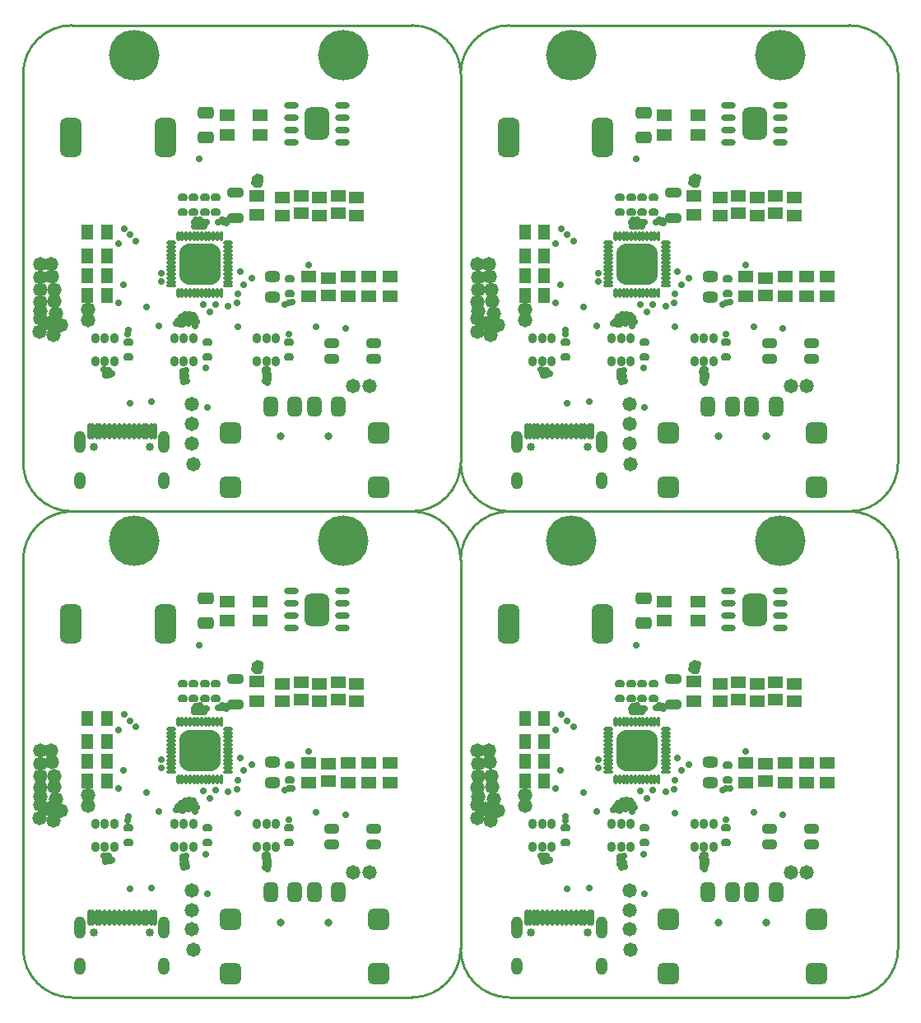
<source format=gts>
G04*
G04 #@! TF.GenerationSoftware,Altium Limited,Altium Designer,20.2.3 (150)*
G04*
G04 Layer_Color=8388736*
%FSLAX44Y44*%
%MOMM*%
G71*
G04*
G04 #@! TF.SameCoordinates,C1CC25AD-0FF3-43E4-BDA3-AC1D03E08D52*
G04*
G04*
G04 #@! TF.FilePolarity,Negative*
G04*
G01*
G75*
G04:AMPARAMS|DCode=27|XSize=0.9561mm|YSize=1.6098mm|CornerRadius=0.239mm|HoleSize=0mm|Usage=FLASHONLY|Rotation=90.000|XOffset=0mm|YOffset=0mm|HoleType=Round|Shape=RoundedRectangle|*
%AMROUNDEDRECTD27*
21,1,0.9561,1.1318,0,0,90.0*
21,1,0.4780,1.6098,0,0,90.0*
1,1,0.4780,0.5659,0.2390*
1,1,0.4780,0.5659,-0.2390*
1,1,0.4780,-0.5659,-0.2390*
1,1,0.4780,-0.5659,0.2390*
%
%ADD27ROUNDEDRECTD27*%
%ADD31C,0.2540*%
%ADD39C,0.2540*%
G04:AMPARAMS|DCode=55|XSize=0.6096mm|YSize=0.6096mm|CornerRadius=0.3048mm|HoleSize=0mm|Usage=FLASHONLY|Rotation=90.000|XOffset=0mm|YOffset=0mm|HoleType=Round|Shape=RoundedRectangle|*
%AMROUNDEDRECTD55*
21,1,0.6096,0.0000,0,0,90.0*
21,1,0.0000,0.6096,0,0,90.0*
1,1,0.6096,0.0000,0.0000*
1,1,0.6096,0.0000,0.0000*
1,1,0.6096,0.0000,0.0000*
1,1,0.6096,0.0000,0.0000*
%
%ADD55ROUNDEDRECTD55*%
G04:AMPARAMS|DCode=56|XSize=0.9652mm|YSize=0.762mm|CornerRadius=0.2413mm|HoleSize=0mm|Usage=FLASHONLY|Rotation=0.000|XOffset=0mm|YOffset=0mm|HoleType=Round|Shape=RoundedRectangle|*
%AMROUNDEDRECTD56*
21,1,0.9652,0.2794,0,0,0.0*
21,1,0.4826,0.7620,0,0,0.0*
1,1,0.4826,0.2413,-0.1397*
1,1,0.4826,-0.2413,-0.1397*
1,1,0.4826,-0.2413,0.1397*
1,1,0.4826,0.2413,0.1397*
%
%ADD56ROUNDEDRECTD56*%
%ADD57R,1.6032X1.3032*%
%ADD58R,1.5032X1.2032*%
G04:AMPARAMS|DCode=59|XSize=1.4732mm|YSize=0.9652mm|CornerRadius=0.2921mm|HoleSize=0mm|Usage=FLASHONLY|Rotation=0.000|XOffset=0mm|YOffset=0mm|HoleType=Round|Shape=RoundedRectangle|*
%AMROUNDEDRECTD59*
21,1,1.4732,0.3810,0,0,0.0*
21,1,0.8890,0.9652,0,0,0.0*
1,1,0.5842,0.4445,-0.1905*
1,1,0.5842,-0.4445,-0.1905*
1,1,0.5842,-0.4445,0.1905*
1,1,0.5842,0.4445,0.1905*
%
%ADD59ROUNDEDRECTD59*%
G04:AMPARAMS|DCode=60|XSize=2.2352mm|YSize=2.2352mm|CornerRadius=0.6096mm|HoleSize=0mm|Usage=FLASHONLY|Rotation=0.000|XOffset=0mm|YOffset=0mm|HoleType=Round|Shape=RoundedRectangle|*
%AMROUNDEDRECTD60*
21,1,2.2352,1.0160,0,0,0.0*
21,1,1.0160,2.2352,0,0,0.0*
1,1,1.2192,0.5080,-0.5080*
1,1,1.2192,-0.5080,-0.5080*
1,1,1.2192,-0.5080,0.5080*
1,1,1.2192,0.5080,0.5080*
%
%ADD60ROUNDEDRECTD60*%
G04:AMPARAMS|DCode=61|XSize=1.4732mm|YSize=2.0032mm|CornerRadius=0.4191mm|HoleSize=0mm|Usage=FLASHONLY|Rotation=0.000|XOffset=0mm|YOffset=0mm|HoleType=Round|Shape=RoundedRectangle|*
%AMROUNDEDRECTD61*
21,1,1.4732,1.1650,0,0,0.0*
21,1,0.6350,2.0032,0,0,0.0*
1,1,0.8382,0.3175,-0.5825*
1,1,0.8382,-0.3175,-0.5825*
1,1,0.8382,-0.3175,0.5825*
1,1,0.8382,0.3175,0.5825*
%
%ADD61ROUNDEDRECTD61*%
G04:AMPARAMS|DCode=62|XSize=0.8128mm|YSize=0.9652mm|CornerRadius=0.254mm|HoleSize=0mm|Usage=FLASHONLY|Rotation=0.000|XOffset=0mm|YOffset=0mm|HoleType=Round|Shape=RoundedRectangle|*
%AMROUNDEDRECTD62*
21,1,0.8128,0.4572,0,0,0.0*
21,1,0.3048,0.9652,0,0,0.0*
1,1,0.5080,0.1524,-0.2286*
1,1,0.5080,-0.1524,-0.2286*
1,1,0.5080,-0.1524,0.2286*
1,1,0.5080,0.1524,0.2286*
%
%ADD62ROUNDEDRECTD62*%
%ADD63R,1.3032X1.6032*%
%ADD64O,1.5032X0.7032*%
G04:AMPARAMS|DCode=65|XSize=3.4032mm|YSize=2.5032mm|CornerRadius=0.6766mm|HoleSize=0mm|Usage=FLASHONLY|Rotation=270.000|XOffset=0mm|YOffset=0mm|HoleType=Round|Shape=RoundedRectangle|*
%AMROUNDEDRECTD65*
21,1,3.4032,1.1500,0,0,270.0*
21,1,2.0500,2.5032,0,0,270.0*
1,1,1.3532,-0.5750,-1.0250*
1,1,1.3532,-0.5750,1.0250*
1,1,1.3532,0.5750,1.0250*
1,1,1.3532,0.5750,-1.0250*
%
%ADD65ROUNDEDRECTD65*%
G04:AMPARAMS|DCode=66|XSize=4.0132mm|YSize=2.2352mm|CornerRadius=0.6096mm|HoleSize=0mm|Usage=FLASHONLY|Rotation=270.000|XOffset=0mm|YOffset=0mm|HoleType=Round|Shape=RoundedRectangle|*
%AMROUNDEDRECTD66*
21,1,4.0132,1.0160,0,0,270.0*
21,1,2.7940,2.2352,0,0,270.0*
1,1,1.2192,-0.5080,-1.3970*
1,1,1.2192,-0.5080,1.3970*
1,1,1.2192,0.5080,1.3970*
1,1,1.2192,0.5080,-1.3970*
%
%ADD66ROUNDEDRECTD66*%
G04:AMPARAMS|DCode=67|XSize=1.7032mm|YSize=1.2032mm|CornerRadius=0.3516mm|HoleSize=0mm|Usage=FLASHONLY|Rotation=180.000|XOffset=0mm|YOffset=0mm|HoleType=Round|Shape=RoundedRectangle|*
%AMROUNDEDRECTD67*
21,1,1.7032,0.5000,0,0,180.0*
21,1,1.0000,1.2032,0,0,180.0*
1,1,0.7032,-0.5000,0.2500*
1,1,0.7032,0.5000,0.2500*
1,1,0.7032,0.5000,-0.2500*
1,1,0.7032,-0.5000,-0.2500*
%
%ADD67ROUNDEDRECTD67*%
G04:AMPARAMS|DCode=68|XSize=1.0432mm|YSize=0.4232mm|CornerRadius=0.1566mm|HoleSize=0mm|Usage=FLASHONLY|Rotation=180.000|XOffset=0mm|YOffset=0mm|HoleType=Round|Shape=RoundedRectangle|*
%AMROUNDEDRECTD68*
21,1,1.0432,0.1100,0,0,180.0*
21,1,0.7300,0.4232,0,0,180.0*
1,1,0.3132,-0.3650,0.0550*
1,1,0.3132,0.3650,0.0550*
1,1,0.3132,0.3650,-0.0550*
1,1,0.3132,-0.3650,-0.0550*
%
%ADD68ROUNDEDRECTD68*%
G04:AMPARAMS|DCode=69|XSize=1.0432mm|YSize=0.4232mm|CornerRadius=0.1566mm|HoleSize=0mm|Usage=FLASHONLY|Rotation=90.000|XOffset=0mm|YOffset=0mm|HoleType=Round|Shape=RoundedRectangle|*
%AMROUNDEDRECTD69*
21,1,1.0432,0.1100,0,0,90.0*
21,1,0.7300,0.4232,0,0,90.0*
1,1,0.3132,0.0550,0.3650*
1,1,0.3132,0.0550,-0.3650*
1,1,0.3132,-0.0550,-0.3650*
1,1,0.3132,-0.0550,0.3650*
%
%ADD69ROUNDEDRECTD69*%
G04:AMPARAMS|DCode=70|XSize=4.2672mm|YSize=4.2672mm|CornerRadius=1.1176mm|HoleSize=0mm|Usage=FLASHONLY|Rotation=90.000|XOffset=0mm|YOffset=0mm|HoleType=Round|Shape=RoundedRectangle|*
%AMROUNDEDRECTD70*
21,1,4.2672,2.0320,0,0,90.0*
21,1,2.0320,4.2672,0,0,90.0*
1,1,2.2352,1.0160,1.0160*
1,1,2.2352,1.0160,-1.0160*
1,1,2.2352,-1.0160,-1.0160*
1,1,2.2352,-1.0160,1.0160*
%
%ADD70ROUNDEDRECTD70*%
G04:AMPARAMS|DCode=71|XSize=1.5032mm|YSize=1.1032mm|CornerRadius=0.3266mm|HoleSize=0mm|Usage=FLASHONLY|Rotation=180.000|XOffset=0mm|YOffset=0mm|HoleType=Round|Shape=RoundedRectangle|*
%AMROUNDEDRECTD71*
21,1,1.5032,0.4500,0,0,180.0*
21,1,0.8500,1.1032,0,0,180.0*
1,1,0.6532,-0.4250,0.2250*
1,1,0.6532,0.4250,0.2250*
1,1,0.6532,0.4250,-0.2250*
1,1,0.6532,-0.4250,-0.2250*
%
%ADD71ROUNDEDRECTD71*%
G04:AMPARAMS|DCode=72|XSize=1.7032mm|YSize=0.5032mm|CornerRadius=0.1766mm|HoleSize=0mm|Usage=FLASHONLY|Rotation=90.000|XOffset=0mm|YOffset=0mm|HoleType=Round|Shape=RoundedRectangle|*
%AMROUNDEDRECTD72*
21,1,1.7032,0.1500,0,0,90.0*
21,1,1.3500,0.5032,0,0,90.0*
1,1,0.3532,0.0750,0.6750*
1,1,0.3532,0.0750,-0.6750*
1,1,0.3532,-0.0750,-0.6750*
1,1,0.3532,-0.0750,0.6750*
%
%ADD72ROUNDEDRECTD72*%
%ADD73C,0.8032*%
%ADD74C,5.2032*%
%ADD75C,0.8532*%
%ADD76O,1.2032X1.8032*%
%ADD77O,1.2032X2.3032*%
%ADD78C,0.7032*%
%ADD79C,1.4732*%
D27*
X218440Y327660D02*
D03*
Y301638D02*
D03*
X668440Y327660D02*
D03*
Y301638D02*
D03*
X218440Y827660D02*
D03*
Y801638D02*
D03*
X668440Y827660D02*
D03*
Y801638D02*
D03*
D31*
X50000Y1000000D02*
G03*
X0Y950000I0J-50000D01*
G01*
X450000D02*
G03*
X400000Y1000000I-50000J0D01*
G01*
X0Y550000D02*
G03*
X50000Y500000I50000J0D01*
G01*
X500000Y1000000D02*
G03*
X450000Y950000I0J-50000D01*
G01*
X900000D02*
G03*
X850000Y1000000I-50000J0D01*
G01*
Y500000D02*
G03*
X900000Y550000I0J50000D01*
G01*
Y450000D02*
G03*
X850000Y500000I-50000J0D01*
G01*
Y0D02*
G03*
X900000Y50000I0J50000D01*
G01*
X450000D02*
G03*
X500000Y0I50000J0D01*
G01*
X50000Y500000D02*
G03*
X0Y450000I0J-50000D01*
G01*
X400000Y0D02*
G03*
X450000Y50000I0J50000D01*
G01*
X0D02*
G03*
X50000Y0I50000J0D01*
G01*
X900000Y50000D02*
Y450000D01*
X0Y550000D02*
Y950000D01*
X50000Y1000000D02*
X400000D01*
X900000Y550000D02*
Y950000D01*
X500000Y1000000D02*
X850000D01*
X500000Y0D02*
X850000D01*
X0Y50000D02*
Y450000D01*
X50000Y500000D02*
X400000D01*
X50000Y0D02*
X400000D01*
X0Y50000D02*
G03*
X50000Y0I50000J0D01*
G01*
X400000D02*
G03*
X450000Y50000I0J50000D01*
G01*
Y450000D02*
G03*
X400000Y500000I-50000J0D01*
G01*
X50000D02*
G03*
X0Y450000I0J-50000D01*
G01*
X50000Y0D02*
X400000D01*
X50000Y500000D02*
X400000D01*
X450000Y50000D02*
Y450000D01*
X0Y50000D02*
Y450000D01*
X450000Y50000D02*
G03*
X500000Y0I50000J0D01*
G01*
X850000D02*
G03*
X900000Y50000I0J50000D01*
G01*
Y450000D02*
G03*
X850000Y500000I-50000J0D01*
G01*
X500000D02*
G03*
X450000Y450000I0J-50000D01*
G01*
X500000Y0D02*
X850000D01*
X500000Y500000D02*
X850000D01*
X900000Y50000D02*
Y450000D01*
X450000Y50000D02*
Y450000D01*
X0Y550000D02*
G03*
X50000Y500000I50000J0D01*
G01*
X400000D02*
G03*
X450000Y550000I0J50000D01*
G01*
Y950000D02*
G03*
X400000Y1000000I-50000J0D01*
G01*
X50000D02*
G03*
X0Y950000I0J-50000D01*
G01*
X50000Y500000D02*
X400000D01*
X50000Y1000000D02*
X400000D01*
X450000Y550000D02*
Y950000D01*
X0Y550000D02*
Y950000D01*
X450000Y550000D02*
G03*
X500000Y500000I50000J0D01*
G01*
X850000D02*
G03*
X900000Y550000I0J50000D01*
G01*
Y950000D02*
G03*
X850000Y1000000I-50000J0D01*
G01*
X500000D02*
G03*
X450000Y950000I0J-50000D01*
G01*
X500000Y500000D02*
X850000D01*
X500000Y1000000D02*
X850000D01*
X900000Y550000D02*
Y950000D01*
X450000Y550000D02*
Y950000D01*
D39*
X900000Y50000D02*
D03*
D55*
X173736Y90000D02*
D03*
Y70000D02*
D03*
Y50000D02*
D03*
Y110000D02*
D03*
X623736Y90000D02*
D03*
Y70000D02*
D03*
Y50000D02*
D03*
Y110000D02*
D03*
X173736Y590000D02*
D03*
Y570000D02*
D03*
Y550000D02*
D03*
Y610000D02*
D03*
X623736Y590000D02*
D03*
Y570000D02*
D03*
Y550000D02*
D03*
Y610000D02*
D03*
D56*
X189230Y158750D02*
D03*
Y173990D02*
D03*
X273050Y158750D02*
D03*
Y173990D02*
D03*
X107950Y158750D02*
D03*
Y173990D02*
D03*
X198120Y322580D02*
D03*
Y307340D02*
D03*
X186690Y322580D02*
D03*
Y307340D02*
D03*
X175260Y322580D02*
D03*
Y307340D02*
D03*
X163830Y322580D02*
D03*
Y307340D02*
D03*
X274320Y223520D02*
D03*
Y238760D02*
D03*
X639230Y158750D02*
D03*
Y173990D02*
D03*
X723050Y158750D02*
D03*
Y173990D02*
D03*
X557950Y158750D02*
D03*
Y173990D02*
D03*
X648120Y322580D02*
D03*
Y307340D02*
D03*
X636690Y322580D02*
D03*
Y307340D02*
D03*
X625260Y322580D02*
D03*
Y307340D02*
D03*
X613830Y322580D02*
D03*
Y307340D02*
D03*
X724320Y223520D02*
D03*
Y238760D02*
D03*
X189230Y658750D02*
D03*
Y673990D02*
D03*
X273050Y658750D02*
D03*
Y673990D02*
D03*
X107950Y658750D02*
D03*
Y673990D02*
D03*
X198120Y822580D02*
D03*
Y807340D02*
D03*
X186690Y822580D02*
D03*
Y807340D02*
D03*
X175260Y822580D02*
D03*
Y807340D02*
D03*
X163830Y822580D02*
D03*
Y807340D02*
D03*
X274320Y723520D02*
D03*
Y738760D02*
D03*
X639230Y658750D02*
D03*
Y673990D02*
D03*
X723050Y658750D02*
D03*
Y673990D02*
D03*
X557950Y658750D02*
D03*
Y673990D02*
D03*
X648120Y822580D02*
D03*
Y807340D02*
D03*
X636690Y822580D02*
D03*
Y807340D02*
D03*
X625260Y822580D02*
D03*
Y807340D02*
D03*
X613830Y822580D02*
D03*
Y807340D02*
D03*
X724320Y723520D02*
D03*
Y738760D02*
D03*
D57*
X355600Y221186D02*
D03*
Y241186D02*
D03*
X334010Y221186D02*
D03*
Y241186D02*
D03*
X240030Y324960D02*
D03*
Y304960D02*
D03*
X209550Y407510D02*
D03*
Y387510D02*
D03*
X293370Y241186D02*
D03*
Y221186D02*
D03*
X377190Y241186D02*
D03*
Y221186D02*
D03*
X243840Y387510D02*
D03*
Y407510D02*
D03*
X805600Y221186D02*
D03*
Y241186D02*
D03*
X784010Y221186D02*
D03*
Y241186D02*
D03*
X690030Y324960D02*
D03*
Y304960D02*
D03*
X659550Y407510D02*
D03*
Y387510D02*
D03*
X743370Y241186D02*
D03*
Y221186D02*
D03*
X827190Y241186D02*
D03*
Y221186D02*
D03*
X693840Y387510D02*
D03*
Y407510D02*
D03*
X355600Y721186D02*
D03*
Y741186D02*
D03*
X334010Y721186D02*
D03*
Y741186D02*
D03*
X240030Y824960D02*
D03*
Y804960D02*
D03*
X209550Y907510D02*
D03*
Y887510D02*
D03*
X293370Y741186D02*
D03*
Y721186D02*
D03*
X377190Y741186D02*
D03*
Y721186D02*
D03*
X243840Y887510D02*
D03*
Y907510D02*
D03*
X805600Y721186D02*
D03*
Y741186D02*
D03*
X784010Y721186D02*
D03*
Y741186D02*
D03*
X690030Y824960D02*
D03*
Y804960D02*
D03*
X659550Y907510D02*
D03*
Y887510D02*
D03*
X743370Y741186D02*
D03*
Y721186D02*
D03*
X827190Y741186D02*
D03*
Y721186D02*
D03*
X693840Y887510D02*
D03*
Y907510D02*
D03*
D58*
X313690Y240186D02*
D03*
Y222186D02*
D03*
X266700Y322580D02*
D03*
Y304580D02*
D03*
X285750Y306580D02*
D03*
Y324580D02*
D03*
X304800Y322580D02*
D03*
Y304580D02*
D03*
X323850Y306580D02*
D03*
Y324580D02*
D03*
X342900Y322580D02*
D03*
Y304580D02*
D03*
X763690Y240186D02*
D03*
Y222186D02*
D03*
X716700Y322580D02*
D03*
Y304580D02*
D03*
X735750Y306580D02*
D03*
Y324580D02*
D03*
X754800Y322580D02*
D03*
Y304580D02*
D03*
X773850Y306580D02*
D03*
Y324580D02*
D03*
X792900Y322580D02*
D03*
Y304580D02*
D03*
X313690Y740186D02*
D03*
Y722186D02*
D03*
X266700Y822580D02*
D03*
Y804580D02*
D03*
X285750Y806580D02*
D03*
Y824580D02*
D03*
X304800Y822580D02*
D03*
Y804580D02*
D03*
X323850Y806580D02*
D03*
Y824580D02*
D03*
X342900Y822580D02*
D03*
Y804580D02*
D03*
X763690Y740186D02*
D03*
Y722186D02*
D03*
X716700Y822580D02*
D03*
Y804580D02*
D03*
X735750Y806580D02*
D03*
Y824580D02*
D03*
X754800Y822580D02*
D03*
Y804580D02*
D03*
X773850Y806580D02*
D03*
Y824580D02*
D03*
X792900Y822580D02*
D03*
Y804580D02*
D03*
D59*
X360680Y173228D02*
D03*
X317500D02*
D03*
X360680Y156972D02*
D03*
X317500D02*
D03*
X810680Y173228D02*
D03*
X767500D02*
D03*
X810680Y156972D02*
D03*
X767500D02*
D03*
X360680Y673228D02*
D03*
X317500D02*
D03*
X360680Y656972D02*
D03*
X317500D02*
D03*
X810680Y673228D02*
D03*
X767500D02*
D03*
X810680Y656972D02*
D03*
X767500D02*
D03*
D60*
X213310Y80560D02*
D03*
X365810D02*
D03*
Y24560D02*
D03*
X213310D02*
D03*
X663310Y80560D02*
D03*
X815810D02*
D03*
Y24560D02*
D03*
X663310D02*
D03*
X213310Y580560D02*
D03*
X365810D02*
D03*
Y524560D02*
D03*
X213310D02*
D03*
X663310Y580560D02*
D03*
X815810D02*
D03*
Y524560D02*
D03*
X663310D02*
D03*
D61*
X254560Y107940D02*
D03*
X279560D02*
D03*
X299560D02*
D03*
X324560D02*
D03*
X704560D02*
D03*
X729560D02*
D03*
X749560D02*
D03*
X774560D02*
D03*
X254560Y607940D02*
D03*
X279560D02*
D03*
X299560D02*
D03*
X324560D02*
D03*
X704560D02*
D03*
X729560D02*
D03*
X749560D02*
D03*
X774560D02*
D03*
D62*
X240538Y154432D02*
D03*
X259842D02*
D03*
Y178308D02*
D03*
X250190Y154432D02*
D03*
X240538Y178308D02*
D03*
X250190D02*
D03*
X155448Y154432D02*
D03*
X174752D02*
D03*
Y178308D02*
D03*
X165100Y154432D02*
D03*
X155448Y178308D02*
D03*
X165100D02*
D03*
X74168Y154432D02*
D03*
X93472D02*
D03*
Y178308D02*
D03*
X83820Y154432D02*
D03*
X74168Y178308D02*
D03*
X83820D02*
D03*
X690538Y154432D02*
D03*
X709842D02*
D03*
Y178308D02*
D03*
X700190Y154432D02*
D03*
X690538Y178308D02*
D03*
X700190D02*
D03*
X605448Y154432D02*
D03*
X624752D02*
D03*
Y178308D02*
D03*
X615100Y154432D02*
D03*
X605448Y178308D02*
D03*
X615100D02*
D03*
X524168Y154432D02*
D03*
X543472D02*
D03*
Y178308D02*
D03*
X533820Y154432D02*
D03*
X524168Y178308D02*
D03*
X533820D02*
D03*
X240538Y654432D02*
D03*
X259842D02*
D03*
Y678308D02*
D03*
X250190Y654432D02*
D03*
X240538Y678308D02*
D03*
X250190D02*
D03*
X155448Y654432D02*
D03*
X174752D02*
D03*
Y678308D02*
D03*
X165100Y654432D02*
D03*
X155448Y678308D02*
D03*
X165100D02*
D03*
X74168Y654432D02*
D03*
X93472D02*
D03*
Y678308D02*
D03*
X83820Y654432D02*
D03*
X74168Y678308D02*
D03*
X83820D02*
D03*
X690538Y654432D02*
D03*
X709842D02*
D03*
Y678308D02*
D03*
X700190Y654432D02*
D03*
X690538Y678308D02*
D03*
X700190D02*
D03*
X605448Y654432D02*
D03*
X624752D02*
D03*
Y678308D02*
D03*
X615100Y654432D02*
D03*
X605448Y678308D02*
D03*
X615100D02*
D03*
X524168Y654432D02*
D03*
X543472D02*
D03*
Y678308D02*
D03*
X533820Y654432D02*
D03*
X524168Y678308D02*
D03*
X533820D02*
D03*
D63*
X86200Y287020D02*
D03*
X66200D02*
D03*
X66040Y222250D02*
D03*
X86040D02*
D03*
X66040Y242570D02*
D03*
X86040D02*
D03*
X66040Y262890D02*
D03*
X86040D02*
D03*
X536200Y287020D02*
D03*
X516200D02*
D03*
X516040Y222250D02*
D03*
X536040D02*
D03*
X516040Y242570D02*
D03*
X536040D02*
D03*
X516040Y262890D02*
D03*
X536040D02*
D03*
X86200Y787020D02*
D03*
X66200D02*
D03*
X66040Y722250D02*
D03*
X86040D02*
D03*
X66040Y742570D02*
D03*
X86040D02*
D03*
X66040Y762890D02*
D03*
X86040D02*
D03*
X536200Y787020D02*
D03*
X516200D02*
D03*
X516040Y722250D02*
D03*
X536040D02*
D03*
X516040Y742570D02*
D03*
X536040D02*
D03*
X516040Y762890D02*
D03*
X536040D02*
D03*
D64*
X275760Y417830D02*
D03*
Y405130D02*
D03*
Y392430D02*
D03*
Y379730D02*
D03*
X328760Y417830D02*
D03*
Y405130D02*
D03*
Y392430D02*
D03*
Y379730D02*
D03*
X725760Y417830D02*
D03*
Y405130D02*
D03*
Y392430D02*
D03*
Y379730D02*
D03*
X778760Y417830D02*
D03*
Y405130D02*
D03*
Y392430D02*
D03*
Y379730D02*
D03*
X275760Y917830D02*
D03*
Y905130D02*
D03*
Y892430D02*
D03*
Y879730D02*
D03*
X328760Y917830D02*
D03*
Y905130D02*
D03*
Y892430D02*
D03*
Y879730D02*
D03*
X725760Y917830D02*
D03*
Y905130D02*
D03*
Y892430D02*
D03*
Y879730D02*
D03*
X778760Y917830D02*
D03*
Y905130D02*
D03*
Y892430D02*
D03*
Y879730D02*
D03*
D65*
X302260Y398780D02*
D03*
X752260D02*
D03*
X302260Y898780D02*
D03*
X752260D02*
D03*
D66*
X146290Y384683D02*
D03*
X49290D02*
D03*
X596290D02*
D03*
X499290D02*
D03*
X146290Y884683D02*
D03*
X49290D02*
D03*
X596290D02*
D03*
X499290D02*
D03*
D67*
X187960Y384843D02*
D03*
X187961Y410244D02*
D03*
X637960Y384843D02*
D03*
X637961Y410244D02*
D03*
X187960Y884843D02*
D03*
X187961Y910244D02*
D03*
X637960Y884843D02*
D03*
X637961Y910244D02*
D03*
D68*
X210960Y232000D02*
D03*
Y236000D02*
D03*
Y240000D02*
D03*
Y244000D02*
D03*
Y248000D02*
D03*
Y252000D02*
D03*
Y256000D02*
D03*
Y260000D02*
D03*
Y264000D02*
D03*
Y268000D02*
D03*
Y272000D02*
D03*
Y276000D02*
D03*
X152260D02*
D03*
Y272000D02*
D03*
Y268000D02*
D03*
Y264000D02*
D03*
Y260000D02*
D03*
Y256000D02*
D03*
Y252000D02*
D03*
Y248000D02*
D03*
Y244000D02*
D03*
Y240000D02*
D03*
Y236000D02*
D03*
Y232000D02*
D03*
X660960D02*
D03*
Y236000D02*
D03*
Y240000D02*
D03*
Y244000D02*
D03*
Y248000D02*
D03*
Y252000D02*
D03*
Y256000D02*
D03*
Y260000D02*
D03*
Y264000D02*
D03*
Y268000D02*
D03*
Y272000D02*
D03*
Y276000D02*
D03*
X602260D02*
D03*
Y272000D02*
D03*
Y268000D02*
D03*
Y264000D02*
D03*
Y260000D02*
D03*
Y256000D02*
D03*
Y252000D02*
D03*
Y248000D02*
D03*
Y244000D02*
D03*
Y240000D02*
D03*
Y236000D02*
D03*
Y232000D02*
D03*
X210960Y732000D02*
D03*
Y736000D02*
D03*
Y740000D02*
D03*
Y744000D02*
D03*
Y748000D02*
D03*
Y752000D02*
D03*
Y756000D02*
D03*
Y760000D02*
D03*
Y764000D02*
D03*
Y768000D02*
D03*
Y772000D02*
D03*
Y776000D02*
D03*
X152260D02*
D03*
Y772000D02*
D03*
Y768000D02*
D03*
Y764000D02*
D03*
Y760000D02*
D03*
Y756000D02*
D03*
Y752000D02*
D03*
Y748000D02*
D03*
Y744000D02*
D03*
Y740000D02*
D03*
Y736000D02*
D03*
Y732000D02*
D03*
X660960D02*
D03*
Y736000D02*
D03*
Y740000D02*
D03*
Y744000D02*
D03*
Y748000D02*
D03*
Y752000D02*
D03*
Y756000D02*
D03*
Y760000D02*
D03*
Y764000D02*
D03*
Y768000D02*
D03*
Y772000D02*
D03*
Y776000D02*
D03*
X602260D02*
D03*
Y772000D02*
D03*
Y768000D02*
D03*
Y764000D02*
D03*
Y760000D02*
D03*
Y756000D02*
D03*
Y752000D02*
D03*
Y748000D02*
D03*
Y744000D02*
D03*
Y740000D02*
D03*
Y736000D02*
D03*
Y732000D02*
D03*
D69*
X159610Y224650D02*
D03*
X163610D02*
D03*
X167610D02*
D03*
X171610D02*
D03*
X175610D02*
D03*
X179610D02*
D03*
X183610D02*
D03*
X187610D02*
D03*
X191610D02*
D03*
X195610D02*
D03*
X199610D02*
D03*
X203610D02*
D03*
Y283350D02*
D03*
X199610D02*
D03*
X195610D02*
D03*
X191610D02*
D03*
X187610D02*
D03*
X183610D02*
D03*
X179610D02*
D03*
X175610D02*
D03*
X171610D02*
D03*
X167610D02*
D03*
X163610D02*
D03*
X159610D02*
D03*
X609610Y224650D02*
D03*
X613610D02*
D03*
X617610D02*
D03*
X621610D02*
D03*
X625610D02*
D03*
X629610D02*
D03*
X633610D02*
D03*
X637610D02*
D03*
X641610D02*
D03*
X645610D02*
D03*
X649610D02*
D03*
X653610D02*
D03*
Y283350D02*
D03*
X649610D02*
D03*
X645610D02*
D03*
X641610D02*
D03*
X637610D02*
D03*
X633610D02*
D03*
X629610D02*
D03*
X625610D02*
D03*
X621610D02*
D03*
X617610D02*
D03*
X613610D02*
D03*
X609610D02*
D03*
X159610Y724650D02*
D03*
X163610D02*
D03*
X167610D02*
D03*
X171610D02*
D03*
X175610D02*
D03*
X179610D02*
D03*
X183610D02*
D03*
X187610D02*
D03*
X191610D02*
D03*
X195610D02*
D03*
X199610D02*
D03*
X203610D02*
D03*
Y783350D02*
D03*
X199610D02*
D03*
X195610D02*
D03*
X191610D02*
D03*
X187610D02*
D03*
X183610D02*
D03*
X179610D02*
D03*
X175610D02*
D03*
X171610D02*
D03*
X167610D02*
D03*
X163610D02*
D03*
X159610D02*
D03*
X609610Y724650D02*
D03*
X613610D02*
D03*
X617610D02*
D03*
X621610D02*
D03*
X625610D02*
D03*
X629610D02*
D03*
X633610D02*
D03*
X637610D02*
D03*
X641610D02*
D03*
X645610D02*
D03*
X649610D02*
D03*
X653610D02*
D03*
Y783350D02*
D03*
X649610D02*
D03*
X645610D02*
D03*
X641610D02*
D03*
X637610D02*
D03*
X633610D02*
D03*
X629610D02*
D03*
X625610D02*
D03*
X621610D02*
D03*
X617610D02*
D03*
X613610D02*
D03*
X609610D02*
D03*
D70*
X181610Y254000D02*
D03*
X631610D02*
D03*
X181610Y754000D02*
D03*
X631610D02*
D03*
D71*
X256540Y220640D02*
D03*
Y241640D02*
D03*
X706540Y220640D02*
D03*
Y241640D02*
D03*
X256540Y720640D02*
D03*
Y741640D02*
D03*
X706540Y720640D02*
D03*
Y741640D02*
D03*
D72*
X135030Y82150D02*
D03*
X132030D02*
D03*
X127030D02*
D03*
X124030D02*
D03*
X119030D02*
D03*
X114030D02*
D03*
X109030D02*
D03*
X104030D02*
D03*
X99030D02*
D03*
X94030D02*
D03*
X89030D02*
D03*
X84030D02*
D03*
X79030D02*
D03*
X76030D02*
D03*
X71030D02*
D03*
X68030D02*
D03*
X585030D02*
D03*
X582030D02*
D03*
X577030D02*
D03*
X574030D02*
D03*
X569030D02*
D03*
X564030D02*
D03*
X559030D02*
D03*
X554030D02*
D03*
X549030D02*
D03*
X544030D02*
D03*
X539030D02*
D03*
X534030D02*
D03*
X529030D02*
D03*
X526030D02*
D03*
X521030D02*
D03*
X518030D02*
D03*
X135030Y582150D02*
D03*
X132030D02*
D03*
X127030D02*
D03*
X124030D02*
D03*
X119030D02*
D03*
X114030D02*
D03*
X109030D02*
D03*
X104030D02*
D03*
X99030D02*
D03*
X94030D02*
D03*
X89030D02*
D03*
X84030D02*
D03*
X79030D02*
D03*
X76030D02*
D03*
X71030D02*
D03*
X68030D02*
D03*
X585030D02*
D03*
X582030D02*
D03*
X577030D02*
D03*
X574030D02*
D03*
X569030D02*
D03*
X564030D02*
D03*
X559030D02*
D03*
X554030D02*
D03*
X549030D02*
D03*
X544030D02*
D03*
X539030D02*
D03*
X534030D02*
D03*
X529030D02*
D03*
X526030D02*
D03*
X521030D02*
D03*
X518030D02*
D03*
D73*
X314060Y77180D02*
D03*
X265060D02*
D03*
X764060D02*
D03*
X715060D02*
D03*
X314060Y577180D02*
D03*
X265060D02*
D03*
X764060D02*
D03*
X715060D02*
D03*
D74*
X329184Y469646D02*
D03*
X113919D02*
D03*
X779184D02*
D03*
X563919D02*
D03*
X329184Y969646D02*
D03*
X113919D02*
D03*
X779184D02*
D03*
X563919D02*
D03*
D75*
X72630Y66750D02*
D03*
X130430D02*
D03*
X522630D02*
D03*
X580430D02*
D03*
X72630Y566750D02*
D03*
X130430D02*
D03*
X522630D02*
D03*
X580430D02*
D03*
D76*
X144780Y31750D02*
D03*
X58280D02*
D03*
X594780D02*
D03*
X508280D02*
D03*
X144780Y531750D02*
D03*
X58280D02*
D03*
X594780D02*
D03*
X508280D02*
D03*
D77*
X144780Y71750D02*
D03*
X58280D02*
D03*
X594780D02*
D03*
X508280D02*
D03*
X144780Y571750D02*
D03*
X58280D02*
D03*
X594780D02*
D03*
X508280D02*
D03*
D78*
X126746Y210312D02*
D03*
X116078Y278257D02*
D03*
X109855Y284480D02*
D03*
X103632Y290830D02*
D03*
X102997Y233426D02*
D03*
X97663Y214630D02*
D03*
X97917Y275082D02*
D03*
X189230Y106934D02*
D03*
X180848Y362331D02*
D03*
X172720Y263652D02*
D03*
X167259D02*
D03*
X178816D02*
D03*
X184531D02*
D03*
X190627D02*
D03*
X196342D02*
D03*
X167259Y251714D02*
D03*
X172720D02*
D03*
X178816D02*
D03*
X184531D02*
D03*
X190627D02*
D03*
X196342D02*
D03*
X276860Y215011D02*
D03*
X269113Y212979D02*
D03*
X273304Y214884D02*
D03*
X301625Y189992D02*
D03*
X273050Y182626D02*
D03*
X107696Y182245D02*
D03*
X107950Y186309D02*
D03*
X196342Y240030D02*
D03*
X190627D02*
D03*
X184531D02*
D03*
X178816D02*
D03*
X172720D02*
D03*
X167259D02*
D03*
X196342Y245872D02*
D03*
X190627D02*
D03*
X184531D02*
D03*
X178816D02*
D03*
X172720D02*
D03*
X167259D02*
D03*
X196342Y257429D02*
D03*
X190627D02*
D03*
X184531D02*
D03*
X178816D02*
D03*
X172720D02*
D03*
X167259D02*
D03*
X196342Y269748D02*
D03*
X190627D02*
D03*
X184531D02*
D03*
X178816D02*
D03*
X172720D02*
D03*
X167259D02*
D03*
X293370Y253365D02*
D03*
X176784Y191008D02*
D03*
X178689Y195072D02*
D03*
X177038Y199009D02*
D03*
X175006Y201930D02*
D03*
X170688Y202946D02*
D03*
X166243Y202565D02*
D03*
X167132Y197739D02*
D03*
X162179Y199771D02*
D03*
X163322Y196342D02*
D03*
X159208Y195959D02*
D03*
X164084Y192405D02*
D03*
X161163Y192659D02*
D03*
X157099Y192913D02*
D03*
X184917Y212618D02*
D03*
X186182Y293370D02*
D03*
X182626Y293497D02*
D03*
X179197D02*
D03*
X176022D02*
D03*
X89027Y143129D02*
D03*
X86614D02*
D03*
X84201Y142367D02*
D03*
X91440Y141351D02*
D03*
X89281Y140462D02*
D03*
X86995Y140081D02*
D03*
X84836Y139827D02*
D03*
X88265Y145415D02*
D03*
X82804Y145669D02*
D03*
X168656Y134366D02*
D03*
X167513Y145288D02*
D03*
X164084Y144526D02*
D03*
X166370Y142113D02*
D03*
X163957Y141097D02*
D03*
X167640Y138811D02*
D03*
X166497Y136398D02*
D03*
X163957Y137033D02*
D03*
X251079Y132207D02*
D03*
X249174Y133858D02*
D03*
X251968Y135382D02*
D03*
X252349Y138049D02*
D03*
X249301Y140589D02*
D03*
X252476Y141097D02*
D03*
X251206Y143510D02*
D03*
X248412Y143637D02*
D03*
X251333Y146304D02*
D03*
X248920Y146177D02*
D03*
X243713Y342900D02*
D03*
X241046Y343916D02*
D03*
X238252Y342011D02*
D03*
X240665Y341376D02*
D03*
X243586Y339471D02*
D03*
X242697Y336423D02*
D03*
X239522D02*
D03*
X237363Y338074D02*
D03*
X208915Y296672D02*
D03*
X206209Y297886D02*
D03*
X207772Y299212D02*
D03*
X204597Y300228D02*
D03*
X200914Y297815D02*
D03*
X181483Y300101D02*
D03*
X177419Y299847D02*
D03*
X175895Y297053D02*
D03*
X188722Y297307D02*
D03*
X183515Y297434D02*
D03*
X186055Y297180D02*
D03*
X139954Y191008D02*
D03*
X234950Y239776D02*
D03*
X210825Y211348D02*
D03*
X132207Y112522D02*
D03*
X109887Y111284D02*
D03*
X174498Y194945D02*
D03*
X171958Y198731D02*
D03*
X169926Y193421D02*
D03*
X141864Y236494D02*
D03*
X220472Y223520D02*
D03*
X219583Y214122D02*
D03*
X249555Y137160D02*
D03*
X141737Y245003D02*
D03*
X220604Y189885D02*
D03*
X192024Y205105D02*
D03*
X197744Y212872D02*
D03*
X240289Y338729D02*
D03*
X223017Y246654D02*
D03*
X164973Y133477D02*
D03*
X188105Y147556D02*
D03*
X85725Y145161D02*
D03*
X227076Y233426D02*
D03*
X204089Y297942D02*
D03*
X331470Y187960D02*
D03*
X179900Y297298D02*
D03*
X576746Y210312D02*
D03*
X566078Y278257D02*
D03*
X559855Y284480D02*
D03*
X553632Y290830D02*
D03*
X552997Y233426D02*
D03*
X547663Y214630D02*
D03*
X547917Y275082D02*
D03*
X639230Y106934D02*
D03*
X630848Y362331D02*
D03*
X622720Y263652D02*
D03*
X617259D02*
D03*
X628816D02*
D03*
X634531D02*
D03*
X640627D02*
D03*
X646342D02*
D03*
X617259Y251714D02*
D03*
X622720D02*
D03*
X628816D02*
D03*
X634531D02*
D03*
X640627D02*
D03*
X646342D02*
D03*
X726860Y215011D02*
D03*
X719113Y212979D02*
D03*
X723304Y214884D02*
D03*
X751625Y189992D02*
D03*
X723050Y182626D02*
D03*
X557696Y182245D02*
D03*
X557950Y186309D02*
D03*
X646342Y240030D02*
D03*
X640627D02*
D03*
X634531D02*
D03*
X628816D02*
D03*
X622720D02*
D03*
X617259D02*
D03*
X646342Y245872D02*
D03*
X640627D02*
D03*
X634531D02*
D03*
X628816D02*
D03*
X622720D02*
D03*
X617259D02*
D03*
X646342Y257429D02*
D03*
X640627D02*
D03*
X634531D02*
D03*
X628816D02*
D03*
X622720D02*
D03*
X617259D02*
D03*
X646342Y269748D02*
D03*
X640627D02*
D03*
X634531D02*
D03*
X628816D02*
D03*
X622720D02*
D03*
X617259D02*
D03*
X743370Y253365D02*
D03*
X626784Y191008D02*
D03*
X628689Y195072D02*
D03*
X627038Y199009D02*
D03*
X625006Y201930D02*
D03*
X620688Y202946D02*
D03*
X616243Y202565D02*
D03*
X617132Y197739D02*
D03*
X612179Y199771D02*
D03*
X613322Y196342D02*
D03*
X609208Y195959D02*
D03*
X614084Y192405D02*
D03*
X611163Y192659D02*
D03*
X607099Y192913D02*
D03*
X634917Y212618D02*
D03*
X636182Y293370D02*
D03*
X632626Y293497D02*
D03*
X629197D02*
D03*
X626022D02*
D03*
X539027Y143129D02*
D03*
X536614D02*
D03*
X534201Y142367D02*
D03*
X541440Y141351D02*
D03*
X539281Y140462D02*
D03*
X536995Y140081D02*
D03*
X534836Y139827D02*
D03*
X538265Y145415D02*
D03*
X532804Y145669D02*
D03*
X618656Y134366D02*
D03*
X617513Y145288D02*
D03*
X614084Y144526D02*
D03*
X616370Y142113D02*
D03*
X613957Y141097D02*
D03*
X617640Y138811D02*
D03*
X616497Y136398D02*
D03*
X613957Y137033D02*
D03*
X701079Y132207D02*
D03*
X699174Y133858D02*
D03*
X701968Y135382D02*
D03*
X702349Y138049D02*
D03*
X699301Y140589D02*
D03*
X702476Y141097D02*
D03*
X701206Y143510D02*
D03*
X698412Y143637D02*
D03*
X701333Y146304D02*
D03*
X698920Y146177D02*
D03*
X693713Y342900D02*
D03*
X691046Y343916D02*
D03*
X688252Y342011D02*
D03*
X690665Y341376D02*
D03*
X693586Y339471D02*
D03*
X692697Y336423D02*
D03*
X689522D02*
D03*
X687363Y338074D02*
D03*
X658915Y296672D02*
D03*
X656209Y297886D02*
D03*
X657772Y299212D02*
D03*
X654597Y300228D02*
D03*
X650914Y297815D02*
D03*
X631483Y300101D02*
D03*
X627419Y299847D02*
D03*
X625895Y297053D02*
D03*
X638722Y297307D02*
D03*
X633515Y297434D02*
D03*
X636055Y297180D02*
D03*
X589954Y191008D02*
D03*
X684950Y239776D02*
D03*
X660825Y211348D02*
D03*
X582207Y112522D02*
D03*
X559887Y111284D02*
D03*
X624498Y194945D02*
D03*
X621958Y198731D02*
D03*
X619926Y193421D02*
D03*
X591864Y236494D02*
D03*
X670472Y223520D02*
D03*
X669583Y214122D02*
D03*
X699555Y137160D02*
D03*
X591737Y245003D02*
D03*
X670604Y189885D02*
D03*
X642024Y205105D02*
D03*
X647744Y212872D02*
D03*
X690289Y338729D02*
D03*
X673017Y246654D02*
D03*
X614973Y133477D02*
D03*
X638105Y147556D02*
D03*
X535725Y145161D02*
D03*
X677076Y233426D02*
D03*
X654089Y297942D02*
D03*
X781470Y187960D02*
D03*
X629899Y297298D02*
D03*
X126746Y710312D02*
D03*
X116078Y778257D02*
D03*
X109855Y784480D02*
D03*
X103632Y790830D02*
D03*
X102997Y733426D02*
D03*
X97663Y714630D02*
D03*
X97917Y775082D02*
D03*
X189230Y606934D02*
D03*
X180848Y862331D02*
D03*
X172720Y763652D02*
D03*
X167259D02*
D03*
X178816D02*
D03*
X184531D02*
D03*
X190627D02*
D03*
X196342D02*
D03*
X167259Y751714D02*
D03*
X172720D02*
D03*
X178816D02*
D03*
X184531D02*
D03*
X190627D02*
D03*
X196342D02*
D03*
X276860Y715011D02*
D03*
X269113Y712979D02*
D03*
X273304Y714884D02*
D03*
X301625Y689992D02*
D03*
X273050Y682626D02*
D03*
X107696Y682245D02*
D03*
X107950Y686309D02*
D03*
X196342Y740030D02*
D03*
X190627D02*
D03*
X184531D02*
D03*
X178816D02*
D03*
X172720D02*
D03*
X167259D02*
D03*
X196342Y745872D02*
D03*
X190627D02*
D03*
X184531D02*
D03*
X178816D02*
D03*
X172720D02*
D03*
X167259D02*
D03*
X196342Y757429D02*
D03*
X190627D02*
D03*
X184531D02*
D03*
X178816D02*
D03*
X172720D02*
D03*
X167259D02*
D03*
X196342Y769748D02*
D03*
X190627D02*
D03*
X184531D02*
D03*
X178816D02*
D03*
X172720D02*
D03*
X167259D02*
D03*
X293370Y753365D02*
D03*
X176784Y691008D02*
D03*
X178689Y695072D02*
D03*
X177038Y699009D02*
D03*
X175006Y701930D02*
D03*
X170688Y702946D02*
D03*
X166243Y702565D02*
D03*
X167132Y697739D02*
D03*
X162179Y699771D02*
D03*
X163322Y696342D02*
D03*
X159208Y695959D02*
D03*
X164084Y692405D02*
D03*
X161163Y692659D02*
D03*
X157099Y692913D02*
D03*
X184917Y712618D02*
D03*
X186182Y793370D02*
D03*
X182626Y793497D02*
D03*
X179197D02*
D03*
X176022D02*
D03*
X89027Y643129D02*
D03*
X86614D02*
D03*
X84201Y642367D02*
D03*
X91440Y641351D02*
D03*
X89281Y640462D02*
D03*
X86995Y640081D02*
D03*
X84836Y639827D02*
D03*
X88265Y645415D02*
D03*
X82804Y645669D02*
D03*
X168656Y634366D02*
D03*
X167513Y645288D02*
D03*
X164084Y644526D02*
D03*
X166370Y642113D02*
D03*
X163957Y641097D02*
D03*
X167640Y638811D02*
D03*
X166497Y636398D02*
D03*
X163957Y637033D02*
D03*
X251079Y632207D02*
D03*
X249174Y633858D02*
D03*
X251968Y635382D02*
D03*
X252349Y638049D02*
D03*
X249301Y640589D02*
D03*
X252476Y641097D02*
D03*
X251206Y643510D02*
D03*
X248412Y643637D02*
D03*
X251333Y646304D02*
D03*
X248920Y646177D02*
D03*
X243713Y842900D02*
D03*
X241046Y843916D02*
D03*
X238252Y842011D02*
D03*
X240665Y841376D02*
D03*
X243586Y839471D02*
D03*
X242697Y836423D02*
D03*
X239522D02*
D03*
X237363Y838074D02*
D03*
X208915Y796672D02*
D03*
X206209Y797886D02*
D03*
X207772Y799212D02*
D03*
X204597Y800228D02*
D03*
X200914Y797815D02*
D03*
X181483Y800101D02*
D03*
X177419Y799847D02*
D03*
X175895Y797053D02*
D03*
X188722Y797307D02*
D03*
X183515Y797434D02*
D03*
X186055Y797180D02*
D03*
X139954Y691008D02*
D03*
X234950Y739776D02*
D03*
X210825Y711348D02*
D03*
X132207Y612522D02*
D03*
X109887Y611284D02*
D03*
X174498Y694945D02*
D03*
X171958Y698731D02*
D03*
X169926Y693421D02*
D03*
X141864Y736494D02*
D03*
X220472Y723520D02*
D03*
X219583Y714122D02*
D03*
X249555Y637160D02*
D03*
X141737Y745003D02*
D03*
X220604Y689885D02*
D03*
X192024Y705105D02*
D03*
X197744Y712872D02*
D03*
X240289Y838729D02*
D03*
X223017Y746654D02*
D03*
X164973Y633477D02*
D03*
X188105Y647556D02*
D03*
X85725Y645161D02*
D03*
X227076Y733426D02*
D03*
X204089Y797942D02*
D03*
X331470Y687960D02*
D03*
X179900Y797298D02*
D03*
X576746Y710312D02*
D03*
X566078Y778257D02*
D03*
X559855Y784480D02*
D03*
X553632Y790830D02*
D03*
X552997Y733426D02*
D03*
X547663Y714630D02*
D03*
X547917Y775082D02*
D03*
X639230Y606934D02*
D03*
X630848Y862331D02*
D03*
X622720Y763652D02*
D03*
X617259D02*
D03*
X628816D02*
D03*
X634531D02*
D03*
X640627D02*
D03*
X646342D02*
D03*
X617259Y751714D02*
D03*
X622720D02*
D03*
X628816D02*
D03*
X634531D02*
D03*
X640627D02*
D03*
X646342D02*
D03*
X726860Y715011D02*
D03*
X719113Y712979D02*
D03*
X723304Y714884D02*
D03*
X751625Y689992D02*
D03*
X723050Y682626D02*
D03*
X557696Y682245D02*
D03*
X557950Y686309D02*
D03*
X646342Y740030D02*
D03*
X640627D02*
D03*
X634531D02*
D03*
X628816D02*
D03*
X622720D02*
D03*
X617259D02*
D03*
X646342Y745872D02*
D03*
X640627D02*
D03*
X634531D02*
D03*
X628816D02*
D03*
X622720D02*
D03*
X617259D02*
D03*
X646342Y757429D02*
D03*
X640627D02*
D03*
X634531D02*
D03*
X628816D02*
D03*
X622720D02*
D03*
X617259D02*
D03*
X646342Y769748D02*
D03*
X640627D02*
D03*
X634531D02*
D03*
X628816D02*
D03*
X622720D02*
D03*
X617259D02*
D03*
X743370Y753365D02*
D03*
X626784Y691008D02*
D03*
X628689Y695072D02*
D03*
X627038Y699009D02*
D03*
X625006Y701930D02*
D03*
X620688Y702946D02*
D03*
X616243Y702565D02*
D03*
X617132Y697739D02*
D03*
X612179Y699771D02*
D03*
X613322Y696342D02*
D03*
X609208Y695959D02*
D03*
X614084Y692405D02*
D03*
X611163Y692659D02*
D03*
X607099Y692913D02*
D03*
X634917Y712618D02*
D03*
X636182Y793370D02*
D03*
X632626Y793497D02*
D03*
X629197D02*
D03*
X626022D02*
D03*
X539027Y643129D02*
D03*
X536614D02*
D03*
X534201Y642367D02*
D03*
X541440Y641351D02*
D03*
X539281Y640462D02*
D03*
X536995Y640081D02*
D03*
X534836Y639827D02*
D03*
X538265Y645415D02*
D03*
X532804Y645669D02*
D03*
X618656Y634366D02*
D03*
X617513Y645288D02*
D03*
X614084Y644526D02*
D03*
X616370Y642113D02*
D03*
X613957Y641097D02*
D03*
X617640Y638811D02*
D03*
X616497Y636398D02*
D03*
X613957Y637033D02*
D03*
X701079Y632207D02*
D03*
X699174Y633858D02*
D03*
X701968Y635382D02*
D03*
X702349Y638049D02*
D03*
X699301Y640589D02*
D03*
X702476Y641097D02*
D03*
X701206Y643510D02*
D03*
X698412Y643637D02*
D03*
X701333Y646304D02*
D03*
X698920Y646177D02*
D03*
X693713Y842900D02*
D03*
X691046Y843916D02*
D03*
X688252Y842011D02*
D03*
X690665Y841376D02*
D03*
X693586Y839471D02*
D03*
X692697Y836423D02*
D03*
X689522D02*
D03*
X687363Y838074D02*
D03*
X658915Y796672D02*
D03*
X656209Y797886D02*
D03*
X657772Y799212D02*
D03*
X654597Y800228D02*
D03*
X650914Y797815D02*
D03*
X631483Y800101D02*
D03*
X627419Y799847D02*
D03*
X625895Y797053D02*
D03*
X638722Y797307D02*
D03*
X633515Y797434D02*
D03*
X636055Y797180D02*
D03*
X589954Y691008D02*
D03*
X684950Y739776D02*
D03*
X660825Y711348D02*
D03*
X582207Y612522D02*
D03*
X559887Y611284D02*
D03*
X624498Y694945D02*
D03*
X621958Y698731D02*
D03*
X619926Y693421D02*
D03*
X591864Y736494D02*
D03*
X670472Y723520D02*
D03*
X669583Y714122D02*
D03*
X699555Y637160D02*
D03*
X591737Y745003D02*
D03*
X670604Y689885D02*
D03*
X642024Y705105D02*
D03*
X647744Y712872D02*
D03*
X690289Y838729D02*
D03*
X673017Y746654D02*
D03*
X614973Y633477D02*
D03*
X638105Y647556D02*
D03*
X535725Y645161D02*
D03*
X677076Y733426D02*
D03*
X654089Y797942D02*
D03*
X781470Y687960D02*
D03*
X629899Y797298D02*
D03*
D79*
X66548Y197104D02*
D03*
X66675Y207772D02*
D03*
X38735Y191897D02*
D03*
X356108Y128651D02*
D03*
X339598D02*
D03*
X173736Y110000D02*
D03*
Y90000D02*
D03*
Y70000D02*
D03*
X174860Y48876D02*
D03*
X30861Y181864D02*
D03*
X17018Y184531D02*
D03*
X25908Y193548D02*
D03*
X32131Y216281D02*
D03*
X17526Y215646D02*
D03*
X31750Y227965D02*
D03*
X17653Y227711D02*
D03*
X29718Y241935D02*
D03*
X28829Y253873D02*
D03*
X17526Y254254D02*
D03*
X18034Y240538D02*
D03*
X17399Y197993D02*
D03*
X17907Y206375D02*
D03*
X33909Y203835D02*
D03*
X516548Y197104D02*
D03*
X516675Y207772D02*
D03*
X488735Y191897D02*
D03*
X806108Y128651D02*
D03*
X789598D02*
D03*
X623736Y110000D02*
D03*
Y90000D02*
D03*
Y70000D02*
D03*
X624860Y48876D02*
D03*
X480861Y181864D02*
D03*
X467018Y184531D02*
D03*
X475908Y193548D02*
D03*
X482131Y216281D02*
D03*
X467526Y215646D02*
D03*
X481750Y227965D02*
D03*
X467653Y227711D02*
D03*
X479718Y241935D02*
D03*
X478829Y253873D02*
D03*
X467526Y254254D02*
D03*
X468034Y240538D02*
D03*
X467399Y197993D02*
D03*
X467907Y206375D02*
D03*
X483909Y203835D02*
D03*
X66548Y697104D02*
D03*
X66675Y707772D02*
D03*
X38735Y691897D02*
D03*
X356108Y628651D02*
D03*
X339598D02*
D03*
X173736Y610000D02*
D03*
Y590000D02*
D03*
Y570000D02*
D03*
X174860Y548876D02*
D03*
X30861Y681864D02*
D03*
X17018Y684531D02*
D03*
X25908Y693548D02*
D03*
X32131Y716281D02*
D03*
X17526Y715646D02*
D03*
X31750Y727965D02*
D03*
X17653Y727711D02*
D03*
X29718Y741935D02*
D03*
X28829Y753873D02*
D03*
X17526Y754254D02*
D03*
X18034Y740538D02*
D03*
X17399Y697993D02*
D03*
X17907Y706375D02*
D03*
X33909Y703835D02*
D03*
X516548Y697104D02*
D03*
X516675Y707772D02*
D03*
X488735Y691897D02*
D03*
X806108Y628651D02*
D03*
X789598D02*
D03*
X623736Y610000D02*
D03*
Y590000D02*
D03*
Y570000D02*
D03*
X624860Y548876D02*
D03*
X480861Y681864D02*
D03*
X467018Y684531D02*
D03*
X475908Y693548D02*
D03*
X482131Y716281D02*
D03*
X467526Y715646D02*
D03*
X481750Y727965D02*
D03*
X467653Y727711D02*
D03*
X479718Y741935D02*
D03*
X478829Y753873D02*
D03*
X467526Y754254D02*
D03*
X468034Y740538D02*
D03*
X467399Y697993D02*
D03*
X467907Y706375D02*
D03*
X483909Y703835D02*
D03*
M02*

</source>
